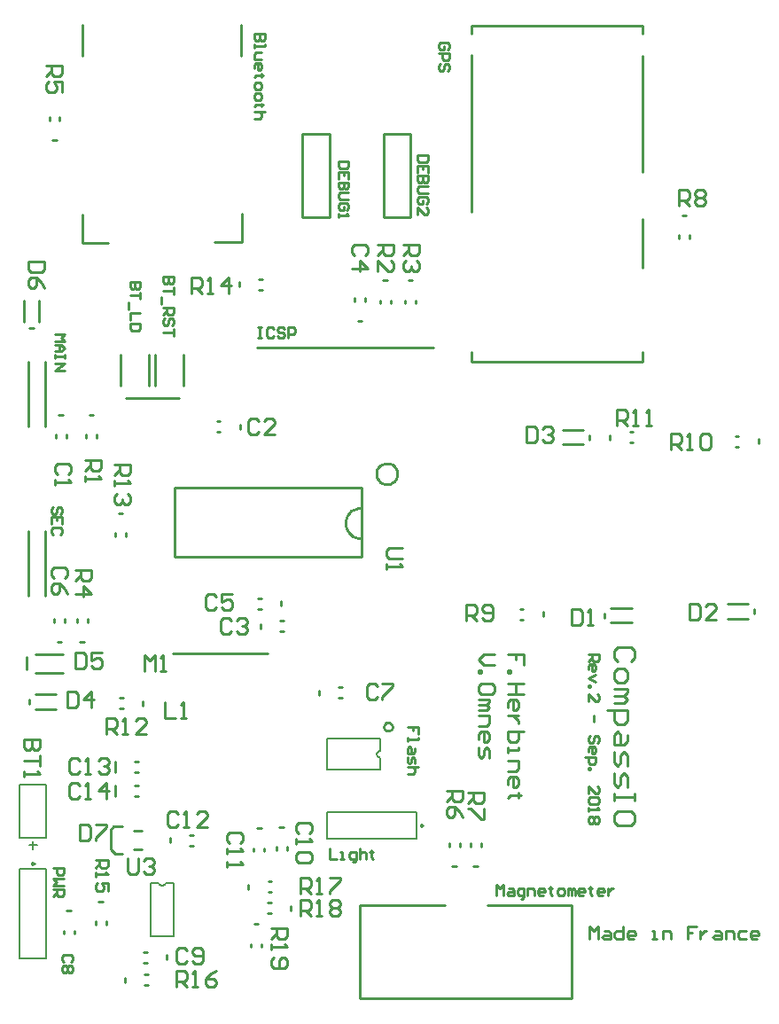
<source format=gto>
%FSLAX25Y25*%
%MOIN*%
G70*
G01*
G75*
%ADD10R,0.04921X0.04921*%
%ADD11R,0.03150X0.03150*%
%ADD12R,0.31496X0.08661*%
%ADD13R,0.06299X0.08583*%
%ADD14R,0.02362X0.07874*%
%ADD15R,0.04921X0.04921*%
%ADD16R,0.02362X0.05906*%
%ADD17R,0.04921X0.04331*%
%ADD18R,0.03150X0.03150*%
%ADD19R,0.07874X0.03937*%
G04:AMPARAMS|DCode=20|XSize=78.74mil|YSize=39.37mil|CornerRadius=9.84mil|HoleSize=0mil|Usage=FLASHONLY|Rotation=0.000|XOffset=0mil|YOffset=0mil|HoleType=Round|Shape=RoundedRectangle|*
%AMROUNDEDRECTD20*
21,1,0.07874,0.01969,0,0,0.0*
21,1,0.05906,0.03937,0,0,0.0*
1,1,0.01969,0.02953,-0.00984*
1,1,0.01969,-0.02953,-0.00984*
1,1,0.01969,-0.02953,0.00984*
1,1,0.01969,0.02953,0.00984*
%
%ADD20ROUNDEDRECTD20*%
%ADD21R,0.07874X0.03543*%
%ADD22R,0.02756X0.07874*%
%ADD23R,0.03150X0.07874*%
%ADD24R,0.05276X0.07087*%
%ADD25R,0.03937X0.04921*%
%ADD26R,0.06102X0.02362*%
%ADD27O,0.06102X0.02362*%
%ADD28C,0.03937*%
%ADD29C,0.01575*%
%ADD30C,0.01000*%
%ADD31C,0.05906*%
%ADD32C,0.02362*%
%ADD33C,0.03150*%
%ADD34C,0.02756*%
%ADD35C,0.06000*%
%ADD36R,0.06000X0.06000*%
%ADD37R,0.07284X0.07284*%
%ADD38C,0.07284*%
%ADD39R,0.07284X0.07284*%
%ADD40C,0.07874*%
%ADD41C,0.06693*%
%ADD42R,0.06693X0.06693*%
%ADD43R,0.07874X0.07874*%
%ADD44C,0.05906*%
%ADD45R,0.05906X0.05906*%
%ADD46C,0.04724*%
%ADD47C,0.02756*%
%ADD48C,0.03937*%
%ADD49C,0.04331*%
%ADD50C,0.00984*%
%ADD51C,0.00787*%
%ADD52C,0.01008*%
%ADD53C,0.00591*%
D30*
X145480Y197862D02*
X145356Y198846D01*
X144991Y199768D01*
X144408Y200571D01*
X143644Y201203D01*
X142746Y201625D01*
X141772Y201811D01*
X140782Y201749D01*
X139839Y201442D01*
X139002Y200911D01*
X138323Y200188D01*
X137845Y199319D01*
X137598Y198358D01*
Y197366D01*
X137845Y196406D01*
X138323Y195537D01*
X139002Y194814D01*
X139839Y194282D01*
X140782Y193976D01*
X141772Y193913D01*
X142746Y194099D01*
X143644Y194521D01*
X144408Y195154D01*
X144991Y195956D01*
X145356Y196878D01*
X145480Y197862D01*
X131853Y185081D02*
X130847Y185022D01*
X129867Y184789D01*
X128943Y184387D01*
X128104Y183829D01*
X127376Y183133D01*
X126781Y182319D01*
X126338Y181415D01*
X126060Y180446D01*
X125957Y179444D01*
X126030Y178439D01*
X126279Y177463D01*
X126695Y176545D01*
X127265Y175715D01*
X127972Y174997D01*
X128794Y174415D01*
X129705Y173985D01*
X130677Y173722D01*
X131681Y173633D01*
X143529Y102713D02*
X143219Y103667D01*
X142407Y104256D01*
X141404D01*
X140592Y103667D01*
X140282Y102713D01*
X140592Y101759D01*
X141404Y101169D01*
X142407D01*
X143219Y101759D01*
X143529Y102713D01*
X54331Y231102D02*
Y242520D01*
X64961Y231102D02*
Y242520D01*
X41339Y231102D02*
Y242520D01*
X51968Y231102D02*
Y242520D01*
X269606Y148862D02*
X277480D01*
X269606Y143350D02*
X277480D01*
X279842Y145319D02*
Y146894D01*
X43307Y226378D02*
X63386D01*
X131839Y35705D02*
X163335D01*
X179476D02*
X210972D01*
X131445Y665D02*
X210972D01*
X131445D02*
Y35705D01*
X210972Y665D02*
Y35705D01*
X6744Y152012D02*
Y176421D01*
X13043Y168547D02*
Y176421D01*
Y152012D02*
Y168547D01*
X61799Y192744D02*
X131878D01*
X61799Y166760D02*
Y192744D01*
Y166760D02*
X131878D01*
Y192744D01*
X109776Y294201D02*
X120012D01*
X109776Y325697D02*
X120012D01*
X109776Y294201D02*
Y325697D01*
X120012Y294201D02*
Y325697D01*
X140276Y294201D02*
X150512D01*
X140276Y325697D02*
X150512D01*
X140276Y294201D02*
Y325697D01*
X150512Y294201D02*
Y325697D01*
X207606Y214362D02*
X215480D01*
X207606Y208850D02*
X215480D01*
X217843Y210819D02*
Y212394D01*
X225807Y141850D02*
X233681D01*
X225807Y147362D02*
X233681D01*
X223445Y143819D02*
Y145394D01*
X60941Y130480D02*
X96768D01*
X5902Y124244D02*
Y128969D01*
X9445Y130150D02*
X19681D01*
X9445Y123063D02*
X19681D01*
X9307Y109350D02*
X17181D01*
X9307Y114862D02*
X17181D01*
X6945Y111319D02*
Y112894D01*
X10650Y255020D02*
Y262894D01*
X5138Y255020D02*
Y262894D01*
X7106Y252658D02*
X8681D01*
X6744Y215512D02*
Y239921D01*
X13043Y232047D02*
Y239921D01*
Y215512D02*
Y232047D01*
X173221Y363248D02*
Y366398D01*
X237787Y363248D02*
Y366398D01*
X173221D02*
X237787D01*
Y275453D02*
Y293563D01*
X173221Y296319D02*
Y355374D01*
Y240020D02*
X237787D01*
Y311280D02*
Y354980D01*
Y240020D02*
Y243563D01*
X173221Y240020D02*
Y243563D01*
X27165Y284646D02*
Y285039D01*
Y284646D02*
X36614D01*
X76772Y285039D02*
X87008D01*
X27165D02*
Y295276D01*
X87008Y285039D02*
Y295669D01*
X27165Y355118D02*
Y366535D01*
X86614Y355118D02*
Y366535D01*
X46307Y56563D02*
X49457D01*
X46307Y63650D02*
X49457D01*
X39220Y54988D02*
X41976D01*
X38039Y56169D02*
X39220Y54988D01*
X37646Y56563D02*
X38039Y56169D01*
X37646Y56563D02*
Y63256D01*
Y64043D01*
X38827Y65224D01*
X41976D01*
X39457Y76638D02*
Y80575D01*
X46543Y76638D02*
X48118D01*
X46543Y80575D02*
X48118D01*
X39457Y85638D02*
Y89575D01*
X46543Y85638D02*
X48118D01*
X46543Y89575D02*
X48118D01*
X92626Y245480D02*
X159161D01*
X48818Y270079D02*
X44882D01*
Y268111D01*
X45538Y267455D01*
X46194D01*
X46850Y268111D01*
Y270079D01*
Y268111D01*
X47506Y267455D01*
X48162D01*
X48818Y268111D01*
Y270079D01*
Y266143D02*
Y263519D01*
Y264831D01*
X44882D01*
X44226Y262207D02*
Y259583D01*
X48818Y258272D02*
X44882D01*
Y255648D01*
X48818Y254336D02*
X44882D01*
Y252368D01*
X45538Y251712D01*
X48162D01*
X48818Y252368D01*
Y254336D01*
X61416Y272047D02*
X57480D01*
Y270079D01*
X58136Y269423D01*
X58792D01*
X59448Y270079D01*
Y272047D01*
Y270079D01*
X60104Y269423D01*
X60760D01*
X61416Y270079D01*
Y272047D01*
Y268111D02*
Y265488D01*
Y266800D01*
X57480D01*
X56824Y264176D02*
Y261552D01*
X57480Y260240D02*
X61416D01*
Y258272D01*
X60760Y257616D01*
X59448D01*
X58792Y258272D01*
Y260240D01*
Y258928D02*
X57480Y257616D01*
X60760Y253680D02*
X61416Y254336D01*
Y255648D01*
X60760Y256304D01*
X60104D01*
X59448Y255648D01*
Y254336D01*
X58792Y253680D01*
X58136D01*
X57480Y254336D01*
Y255648D01*
X58136Y256304D01*
X61416Y252368D02*
Y249745D01*
Y251057D01*
X57480D01*
X43944Y53454D02*
Y48456D01*
X44943Y47456D01*
X46943D01*
X47942Y48456D01*
Y53454D01*
X49942Y52455D02*
X50941Y53454D01*
X52941D01*
X53940Y52455D01*
Y51455D01*
X52941Y50455D01*
X51941D01*
X52941D01*
X53940Y49456D01*
Y48456D01*
X52941Y47456D01*
X50941D01*
X49942Y48456D01*
X153329Y99983D02*
Y102606D01*
X151362D01*
Y101294D01*
Y102606D01*
X149394D01*
Y98671D02*
Y97359D01*
Y98015D01*
X153329D01*
Y98671D01*
X152017Y94735D02*
Y93423D01*
X151362Y92767D01*
X149394D01*
Y94735D01*
X150050Y95391D01*
X150706Y94735D01*
Y92767D01*
X149394Y91455D02*
Y89487D01*
X150050Y88831D01*
X150706Y89487D01*
Y90799D01*
X151362Y91455D01*
X152017Y90799D01*
Y88831D01*
X153329Y87519D02*
X149394D01*
X151362D01*
X152017Y86863D01*
Y85551D01*
X151362Y84895D01*
X149394D01*
X147392Y170106D02*
X142393D01*
X141394Y169107D01*
Y167107D01*
X142393Y166108D01*
X147392D01*
X141394Y164108D02*
Y162109D01*
Y163109D01*
X147392D01*
X146392Y164108D01*
X16142Y49606D02*
X20077D01*
Y47638D01*
X19421Y46982D01*
X18110D01*
X17454Y47638D01*
Y49606D01*
X20077Y45671D02*
X16142D01*
X17454Y44359D01*
X16142Y43047D01*
X20077D01*
X16142Y41735D02*
X20077D01*
Y39767D01*
X19421Y39111D01*
X18110D01*
X17454Y39767D01*
Y41735D01*
Y40423D02*
X16142Y39111D01*
X120079Y57085D02*
Y53150D01*
X122703D01*
X124014D02*
X125326D01*
X124670D01*
Y55773D01*
X124014D01*
X128606Y51838D02*
X129262D01*
X129918Y52494D01*
Y55773D01*
X127950D01*
X127294Y55117D01*
Y53806D01*
X127950Y53150D01*
X129918D01*
X131230Y57085D02*
Y53150D01*
Y55117D01*
X131886Y55773D01*
X133198D01*
X133854Y55117D01*
Y53150D01*
X135822Y56429D02*
Y55773D01*
X135166D01*
X136478D01*
X135822D01*
Y53806D01*
X136478Y53150D01*
X18634Y182809D02*
X19290Y183465D01*
Y184777D01*
X18634Y185433D01*
X17978D01*
X17322Y184777D01*
Y183465D01*
X16666Y182809D01*
X16010D01*
X15354Y183465D01*
Y184777D01*
X16010Y185433D01*
X19290Y178874D02*
Y181497D01*
X15354D01*
Y178874D01*
X17322Y181497D02*
Y180185D01*
X18634Y174938D02*
X19290Y175594D01*
Y176906D01*
X18634Y177562D01*
X16010D01*
X15354Y176906D01*
Y175594D01*
X16010Y174938D01*
X16535Y250394D02*
X20471D01*
X19159Y249082D01*
X20471Y247770D01*
X16535D01*
Y246458D02*
X19159D01*
X20471Y245146D01*
X19159Y243834D01*
X16535D01*
X18503D01*
Y246458D01*
X20471Y242522D02*
Y241210D01*
Y241866D01*
X16535D01*
Y242522D01*
Y241210D01*
Y239242D02*
X20471D01*
X16535Y236619D01*
X20471D01*
X97894Y27106D02*
X103892D01*
Y24107D01*
X102892Y23108D01*
X100893D01*
X99893Y24107D01*
Y27106D01*
Y25107D02*
X97894Y23108D01*
Y21108D02*
Y19109D01*
Y20109D01*
X103892D01*
X102892Y21108D01*
X98893Y16110D02*
X97894Y15110D01*
Y13111D01*
X98893Y12111D01*
X102892D01*
X103892Y13111D01*
Y15110D01*
X102892Y16110D01*
X101892D01*
X100893Y15110D01*
Y12111D01*
X108929Y31606D02*
Y37604D01*
X111928D01*
X112928Y36605D01*
Y34605D01*
X111928Y33606D01*
X108929D01*
X110928D02*
X112928Y31606D01*
X114927D02*
X116927D01*
X115927D01*
Y37604D01*
X114927Y36605D01*
X119926D02*
X120925Y37604D01*
X122925D01*
X123924Y36605D01*
Y35605D01*
X122925Y34605D01*
X123924Y33606D01*
Y32606D01*
X122925Y31606D01*
X120925D01*
X119926Y32606D01*
Y33606D01*
X120925Y34605D01*
X119926Y35605D01*
Y36605D01*
X120925Y34605D02*
X122925D01*
X108929Y40106D02*
Y46104D01*
X111928D01*
X112928Y45105D01*
Y43105D01*
X111928Y42106D01*
X108929D01*
X110928D02*
X112928Y40106D01*
X114927D02*
X116927D01*
X115927D01*
Y46104D01*
X114927Y45105D01*
X119926Y46104D02*
X123924D01*
Y45105D01*
X119926Y41106D01*
Y40106D01*
X62394Y5106D02*
Y11104D01*
X65393D01*
X66392Y10105D01*
Y8105D01*
X65393Y7106D01*
X62394D01*
X64393D02*
X66392Y5106D01*
X68392D02*
X70391D01*
X69391D01*
Y11104D01*
X68392Y10105D01*
X77389Y11104D02*
X75389Y10105D01*
X73390Y8105D01*
Y6106D01*
X74390Y5106D01*
X76389D01*
X77389Y6106D01*
Y7106D01*
X76389Y8105D01*
X73390D01*
X31890Y52756D02*
X36613D01*
Y50394D01*
X35825Y49607D01*
X34251D01*
X33464Y50394D01*
Y52756D01*
Y51182D02*
X31890Y49607D01*
Y48033D02*
Y46459D01*
Y47246D01*
X36613D01*
X35825Y48033D01*
X36613Y40949D02*
Y44097D01*
X34251D01*
X35038Y42523D01*
Y41736D01*
X34251Y40949D01*
X32677D01*
X31890Y41736D01*
Y43310D01*
X32677Y44097D01*
X67894Y265606D02*
Y271604D01*
X70893D01*
X71892Y270605D01*
Y268605D01*
X70893Y267606D01*
X67894D01*
X69893D02*
X71892Y265606D01*
X73892D02*
X75891D01*
X74891D01*
Y271604D01*
X73892Y270605D01*
X81889Y265606D02*
Y271604D01*
X78890Y268605D01*
X82889D01*
X38976Y201181D02*
X44974D01*
Y198182D01*
X43975Y197182D01*
X41975D01*
X40976Y198182D01*
Y201181D01*
Y199182D02*
X38976Y197182D01*
Y195183D02*
Y193184D01*
Y194183D01*
X44974D01*
X43975Y195183D01*
Y190185D02*
X44974Y189185D01*
Y187186D01*
X43975Y186186D01*
X42975D01*
X41975Y187186D01*
Y188185D01*
Y187186D01*
X40976Y186186D01*
X39976D01*
X38976Y187186D01*
Y189185D01*
X39976Y190185D01*
X35894Y100106D02*
Y106104D01*
X38893D01*
X39892Y105105D01*
Y103105D01*
X38893Y102106D01*
X35894D01*
X37893D02*
X39892Y100106D01*
X41892D02*
X43891D01*
X42891D01*
Y106104D01*
X41892Y105105D01*
X50889Y100106D02*
X46890D01*
X50889Y104105D01*
Y105105D01*
X49889Y106104D01*
X47890D01*
X46890Y105105D01*
X227894Y216106D02*
Y222104D01*
X230893D01*
X231892Y221105D01*
Y219105D01*
X230893Y218106D01*
X227894D01*
X229893D02*
X231892Y216106D01*
X233892D02*
X235891D01*
X234891D01*
Y222104D01*
X233892Y221105D01*
X238890Y216106D02*
X240890D01*
X239890D01*
Y222104D01*
X238890Y221105D01*
X248425Y207087D02*
Y213085D01*
X251424D01*
X252424Y212085D01*
Y210086D01*
X251424Y209086D01*
X248425D01*
X250425D02*
X252424Y207087D01*
X254423D02*
X256423D01*
X255423D01*
Y213085D01*
X254423Y212085D01*
X259422D02*
X260421Y213085D01*
X262421D01*
X263420Y212085D01*
Y208086D01*
X262421Y207087D01*
X260421D01*
X259422Y208086D01*
Y212085D01*
X171394Y142606D02*
Y148604D01*
X174393D01*
X175392Y147605D01*
Y145605D01*
X174393Y144606D01*
X171394D01*
X173393D02*
X175392Y142606D01*
X177392Y143606D02*
X178391Y142606D01*
X180391D01*
X181391Y143606D01*
Y147605D01*
X180391Y148604D01*
X178391D01*
X177392Y147605D01*
Y146605D01*
X178391Y145605D01*
X181391D01*
X251494Y298506D02*
Y304504D01*
X254493D01*
X255492Y303505D01*
Y301505D01*
X254493Y300506D01*
X251494D01*
X253493D02*
X255492Y298506D01*
X257492Y303505D02*
X258491Y304504D01*
X260491D01*
X261491Y303505D01*
Y302505D01*
X260491Y301505D01*
X261491Y300506D01*
Y299506D01*
X260491Y298506D01*
X258491D01*
X257492Y299506D01*
Y300506D01*
X258491Y301505D01*
X257492Y302505D01*
Y303505D01*
X258491Y301505D02*
X260491D01*
X172047Y77953D02*
X178045D01*
Y74954D01*
X177046Y73954D01*
X175046D01*
X174047Y74954D01*
Y77953D01*
Y75953D02*
X172047Y73954D01*
X178045Y71955D02*
Y67956D01*
X177046D01*
X173047Y71955D01*
X172047D01*
X164173Y78740D02*
X170171D01*
Y75741D01*
X169172Y74741D01*
X167172D01*
X166173Y75741D01*
Y78740D01*
Y76741D02*
X164173Y74741D01*
X170171Y68743D02*
X169172Y70743D01*
X167172Y72742D01*
X165173D01*
X164173Y71742D01*
Y69743D01*
X165173Y68743D01*
X166173D01*
X167172Y69743D01*
Y72742D01*
X13315Y351240D02*
X19313D01*
Y348241D01*
X18313Y347241D01*
X16314D01*
X15314Y348241D01*
Y351240D01*
Y349241D02*
X13315Y347241D01*
X19313Y341243D02*
Y345242D01*
X16314D01*
X17314Y343243D01*
Y342243D01*
X16314Y341243D01*
X14315D01*
X13315Y342243D01*
Y344242D01*
X14315Y345242D01*
X24409Y161811D02*
X30408D01*
Y158812D01*
X29408Y157812D01*
X27408D01*
X26409Y158812D01*
Y161811D01*
Y159812D02*
X24409Y157812D01*
Y152814D02*
X30408D01*
X27408Y155813D01*
Y151814D01*
X147638Y283858D02*
X153636D01*
Y280859D01*
X152636Y279860D01*
X150637D01*
X149637Y280859D01*
Y283858D01*
Y281859D02*
X147638Y279860D01*
X152636Y277860D02*
X153636Y276860D01*
Y274861D01*
X152636Y273862D01*
X151637D01*
X150637Y274861D01*
Y275861D01*
Y274861D01*
X149637Y273862D01*
X148637D01*
X147638Y274861D01*
Y276860D01*
X148637Y277860D01*
X138189Y283858D02*
X144187D01*
Y280859D01*
X143187Y279860D01*
X141188D01*
X140188Y280859D01*
Y283858D01*
Y281859D02*
X138189Y279860D01*
Y273862D02*
Y277860D01*
X142188Y273862D01*
X143187D01*
X144187Y274861D01*
Y276860D01*
X143187Y277860D01*
X27953Y203150D02*
X33951D01*
Y200151D01*
X32951Y199151D01*
X30952D01*
X29952Y200151D01*
Y203150D01*
Y201150D02*
X27953Y199151D01*
Y197152D02*
Y195152D01*
Y196152D01*
X33951D01*
X32951Y197152D01*
X50394Y123606D02*
Y129604D01*
X52393Y127605D01*
X54392Y129604D01*
Y123606D01*
X56392D02*
X58391D01*
X57391D01*
Y129604D01*
X56392Y128605D01*
X57894Y112104D02*
Y106106D01*
X61892D01*
X63892D02*
X65891D01*
X64891D01*
Y112104D01*
X63892Y111105D01*
X157085Y317717D02*
X153150D01*
Y315749D01*
X153806Y315093D01*
X156429D01*
X157085Y315749D01*
Y317717D01*
Y311157D02*
Y313781D01*
X153150D01*
Y311157D01*
X155117Y313781D02*
Y312469D01*
X157085Y309845D02*
X153150D01*
Y307877D01*
X153806Y307221D01*
X154462D01*
X155117Y307877D01*
Y309845D01*
Y307877D01*
X155773Y307221D01*
X156429D01*
X157085Y307877D01*
Y309845D01*
Y305909D02*
X153806D01*
X153150Y305253D01*
Y303941D01*
X153806Y303286D01*
X157085D01*
X156429Y299350D02*
X157085Y300006D01*
Y301318D01*
X156429Y301974D01*
X153806D01*
X153150Y301318D01*
Y300006D01*
X153806Y299350D01*
X155117D01*
Y300662D01*
X153150Y295414D02*
Y298038D01*
X155773Y295414D01*
X156429D01*
X157085Y296070D01*
Y297382D01*
X156429Y298038D01*
X164303Y357219D02*
X164959Y357875D01*
Y359187D01*
X164303Y359842D01*
X161680D01*
X161024Y359187D01*
Y357875D01*
X161680Y357219D01*
X162991D01*
Y358531D01*
X161024Y355907D02*
X164959D01*
Y353939D01*
X164303Y353283D01*
X162991D01*
X162336Y353939D01*
Y355907D01*
X164303Y349347D02*
X164959Y350003D01*
Y351315D01*
X164303Y351971D01*
X163647D01*
X162991Y351315D01*
Y350003D01*
X162336Y349347D01*
X161680D01*
X161024Y350003D01*
Y351315D01*
X161680Y351971D01*
X182677Y39370D02*
Y43306D01*
X183989Y41994D01*
X185301Y43306D01*
Y39370D01*
X187269Y41994D02*
X188581D01*
X189237Y41338D01*
Y39370D01*
X187269D01*
X186613Y40026D01*
X187269Y40682D01*
X189237D01*
X191860Y38058D02*
X192517D01*
X193173Y38714D01*
Y41994D01*
X191205D01*
X190549Y41338D01*
Y40026D01*
X191205Y39370D01*
X193173D01*
X194484D02*
Y41994D01*
X196452D01*
X197108Y41338D01*
Y39370D01*
X200388D02*
X199076D01*
X198420Y40026D01*
Y41338D01*
X199076Y41994D01*
X200388D01*
X201044Y41338D01*
Y40682D01*
X198420D01*
X203012Y42650D02*
Y41994D01*
X202356D01*
X203668D01*
X203012D01*
Y40026D01*
X203668Y39370D01*
X206292D02*
X207604D01*
X208260Y40026D01*
Y41338D01*
X207604Y41994D01*
X206292D01*
X205636Y41338D01*
Y40026D01*
X206292Y39370D01*
X209571D02*
Y41994D01*
X210227D01*
X210883Y41338D01*
Y39370D01*
Y41338D01*
X211539Y41994D01*
X212195Y41338D01*
Y39370D01*
X215475D02*
X214163D01*
X213507Y40026D01*
Y41338D01*
X214163Y41994D01*
X215475D01*
X216131Y41338D01*
Y40682D01*
X213507D01*
X218099Y42650D02*
Y41994D01*
X217443D01*
X218755D01*
X218099D01*
Y40026D01*
X218755Y39370D01*
X222691D02*
X221379D01*
X220723Y40026D01*
Y41338D01*
X221379Y41994D01*
X222691D01*
X223346Y41338D01*
Y40682D01*
X220723D01*
X224658Y41994D02*
Y39370D01*
Y40682D01*
X225314Y41338D01*
X225970Y41994D01*
X226626D01*
X127164Y315354D02*
X123228D01*
Y313387D01*
X123884Y312731D01*
X126508D01*
X127164Y313387D01*
Y315354D01*
Y308795D02*
Y311419D01*
X123228D01*
Y308795D01*
X125196Y311419D02*
Y310107D01*
X127164Y307483D02*
X123228D01*
Y305515D01*
X123884Y304859D01*
X124540D01*
X125196Y305515D01*
Y307483D01*
Y305515D01*
X125852Y304859D01*
X126508D01*
X127164Y305515D01*
Y307483D01*
Y303547D02*
X123884D01*
X123228Y302891D01*
Y301579D01*
X123884Y300923D01*
X127164D01*
X126508Y296988D02*
X127164Y297643D01*
Y298955D01*
X126508Y299611D01*
X123884D01*
X123228Y298955D01*
Y297643D01*
X123884Y296988D01*
X125196D01*
Y298300D01*
X123228Y295676D02*
Y294364D01*
Y295020D01*
X127164D01*
X126508Y295676D01*
X95668Y363386D02*
X91732D01*
Y361418D01*
X92388Y360762D01*
X93044D01*
X93700Y361418D01*
Y363386D01*
Y361418D01*
X94356Y360762D01*
X95012D01*
X95668Y361418D01*
Y363386D01*
X91732Y359450D02*
Y358138D01*
Y358794D01*
X95668D01*
Y359450D01*
X94356Y356170D02*
X92388D01*
X91732Y355514D01*
Y353547D01*
X94356D01*
X91732Y350267D02*
Y351579D01*
X92388Y352235D01*
X93700D01*
X94356Y351579D01*
Y350267D01*
X93700Y349611D01*
X93044D01*
Y352235D01*
X95012Y347643D02*
X94356D01*
Y348299D01*
Y346987D01*
Y347643D01*
X92388D01*
X91732Y346987D01*
Y344363D02*
Y343051D01*
X92388Y342395D01*
X93700D01*
X94356Y343051D01*
Y344363D01*
X93700Y345019D01*
X92388D01*
X91732Y344363D01*
Y340427D02*
Y339115D01*
X92388Y338459D01*
X93700D01*
X94356Y339115D01*
Y340427D01*
X93700Y341083D01*
X92388D01*
X91732Y340427D01*
X95012Y336492D02*
X94356D01*
Y337148D01*
Y335836D01*
Y336492D01*
X92388D01*
X91732Y335836D01*
X95668Y333868D02*
X91732D01*
X93700D01*
X94356Y333212D01*
Y331900D01*
X93700Y331244D01*
X91732D01*
X93094Y252942D02*
X94406D01*
X93750D01*
Y249006D01*
X93094D01*
X94406D01*
X98997Y252286D02*
X98341Y252942D01*
X97029D01*
X96373Y252286D01*
Y249662D01*
X97029Y249006D01*
X98341D01*
X98997Y249662D01*
X102933Y252286D02*
X102277Y252942D01*
X100965D01*
X100309Y252286D01*
Y251630D01*
X100965Y250974D01*
X102277D01*
X102933Y250318D01*
Y249662D01*
X102277Y249006D01*
X100965D01*
X100309Y249662D01*
X104245Y249006D02*
Y252942D01*
X106213D01*
X106869Y252286D01*
Y250974D01*
X106213Y250318D01*
X104245D01*
X25984Y65841D02*
Y59842D01*
X28983D01*
X29983Y60842D01*
Y64841D01*
X28983Y65841D01*
X25984D01*
X31982D02*
X35981D01*
Y64841D01*
X31982Y60842D01*
Y59842D01*
X12691Y277559D02*
X6693D01*
Y274560D01*
X7693Y273560D01*
X11691D01*
X12691Y274560D01*
Y277559D01*
Y267562D02*
X11691Y269562D01*
X9692Y271561D01*
X7693D01*
X6693Y270561D01*
Y268562D01*
X7693Y267562D01*
X8692D01*
X9692Y268562D01*
Y271561D01*
X24394Y130604D02*
Y124606D01*
X27393D01*
X28392Y125606D01*
Y129605D01*
X27393Y130604D01*
X24394D01*
X34391D02*
X30392D01*
Y127605D01*
X32391Y128605D01*
X33391D01*
X34391Y127605D01*
Y125606D01*
X33391Y124606D01*
X31391D01*
X30392Y125606D01*
X21394Y116104D02*
Y110106D01*
X24393D01*
X25392Y111106D01*
Y115105D01*
X24393Y116104D01*
X21394D01*
X30391Y110106D02*
Y116104D01*
X27392Y113105D01*
X31391D01*
X193894Y215604D02*
Y209606D01*
X196893D01*
X197892Y210606D01*
Y214605D01*
X196893Y215604D01*
X193894D01*
X199892Y214605D02*
X200891Y215604D01*
X202891D01*
X203890Y214605D01*
Y213605D01*
X202891Y212605D01*
X201891D01*
X202891D01*
X203890Y211606D01*
Y210606D01*
X202891Y209606D01*
X200891D01*
X199892Y210606D01*
X255394Y149104D02*
Y143106D01*
X258393D01*
X259392Y144106D01*
Y148105D01*
X258393Y149104D01*
X255394D01*
X265390Y143106D02*
X261392D01*
X265390Y147105D01*
Y148105D01*
X264391Y149104D01*
X262391D01*
X261392Y148105D01*
X210894Y147104D02*
Y141106D01*
X213893D01*
X214892Y142106D01*
Y146105D01*
X213893Y147104D01*
X210894D01*
X216892Y141106D02*
X218891D01*
X217891D01*
Y147104D01*
X216892Y146105D01*
X25892Y80605D02*
X24893Y81604D01*
X22893D01*
X21894Y80605D01*
Y76606D01*
X22893Y75606D01*
X24893D01*
X25892Y76606D01*
X27892Y75606D02*
X29891D01*
X28891D01*
Y81604D01*
X27892Y80605D01*
X35889Y75606D02*
Y81604D01*
X32890Y78605D01*
X36889D01*
X25892Y90105D02*
X24893Y91104D01*
X22893D01*
X21894Y90105D01*
Y86106D01*
X22893Y85106D01*
X24893D01*
X25892Y86106D01*
X27892Y85106D02*
X29891D01*
X28891D01*
Y91104D01*
X27892Y90105D01*
X32890D02*
X33890Y91104D01*
X35889D01*
X36889Y90105D01*
Y89105D01*
X35889Y88105D01*
X34890D01*
X35889D01*
X36889Y87106D01*
Y86106D01*
X35889Y85106D01*
X33890D01*
X32890Y86106D01*
X62892Y70105D02*
X61893Y71104D01*
X59893D01*
X58894Y70105D01*
Y66106D01*
X59893Y65106D01*
X61893D01*
X62892Y66106D01*
X64892Y65106D02*
X66891D01*
X65891D01*
Y71104D01*
X64892Y70105D01*
X73889Y65106D02*
X69890D01*
X73889Y69105D01*
Y70105D01*
X72889Y71104D01*
X70890D01*
X69890Y70105D01*
X86494Y58993D02*
X87494Y59993D01*
Y61992D01*
X86494Y62992D01*
X82496D01*
X81496Y61992D01*
Y59993D01*
X82496Y58993D01*
X81496Y56994D02*
Y54995D01*
Y55994D01*
X87494D01*
X86494Y56994D01*
X81496Y51996D02*
Y49996D01*
Y50996D01*
X87494D01*
X86494Y51996D01*
X112427Y62608D02*
X113427Y63607D01*
Y65607D01*
X112427Y66606D01*
X108429D01*
X107429Y65607D01*
Y63607D01*
X108429Y62608D01*
X107429Y60608D02*
Y58609D01*
Y59609D01*
X113427D01*
X112427Y60608D01*
Y55610D02*
X113427Y54610D01*
Y52611D01*
X112427Y51611D01*
X108429D01*
X107429Y52611D01*
Y54610D01*
X108429Y55610D01*
X112427D01*
X66392Y18605D02*
X65393Y19604D01*
X63393D01*
X62394Y18605D01*
Y14606D01*
X63393Y13606D01*
X65393D01*
X66392Y14606D01*
X68392D02*
X69391Y13606D01*
X71391D01*
X72391Y14606D01*
Y18605D01*
X71391Y19604D01*
X69391D01*
X68392Y18605D01*
Y17605D01*
X69391Y16605D01*
X72391D01*
X22571Y14305D02*
X23227Y14961D01*
Y16273D01*
X22571Y16929D01*
X19947D01*
X19291Y16273D01*
Y14961D01*
X19947Y14305D01*
X22571Y12993D02*
X23227Y12337D01*
Y11026D01*
X22571Y10370D01*
X21915D01*
X21259Y11026D01*
X20603Y10370D01*
X19947D01*
X19291Y11026D01*
Y12337D01*
X19947Y12993D01*
X20603D01*
X21259Y12337D01*
X21915Y12993D01*
X22571D01*
X21259Y12337D02*
Y11026D01*
X137857Y117991D02*
X136857Y118990D01*
X134858D01*
X133858Y117991D01*
Y113992D01*
X134858Y112992D01*
X136857D01*
X137857Y113992D01*
X139856Y118990D02*
X143855D01*
Y117991D01*
X139856Y113992D01*
Y112992D01*
X20353Y158600D02*
X21352Y159599D01*
Y161599D01*
X20353Y162598D01*
X16354D01*
X15354Y161599D01*
Y159599D01*
X16354Y158600D01*
X21352Y152602D02*
X20353Y154601D01*
X18353Y156600D01*
X16354D01*
X15354Y155601D01*
Y153601D01*
X16354Y152602D01*
X17354D01*
X18353Y153601D01*
Y156600D01*
X77392Y151605D02*
X76393Y152604D01*
X74393D01*
X73394Y151605D01*
Y147606D01*
X74393Y146606D01*
X76393D01*
X77392Y147606D01*
X83390Y152604D02*
X79392D01*
Y149605D01*
X81391Y150605D01*
X82391D01*
X83390Y149605D01*
Y147606D01*
X82391Y146606D01*
X80391D01*
X79392Y147606D01*
X133345Y279860D02*
X134344Y280859D01*
Y282859D01*
X133345Y283858D01*
X129346D01*
X128347Y282859D01*
Y280859D01*
X129346Y279860D01*
X128347Y274861D02*
X134344D01*
X131345Y277860D01*
Y273862D01*
X82892Y142605D02*
X81893Y143604D01*
X79893D01*
X78894Y142605D01*
Y138606D01*
X79893Y137606D01*
X81893D01*
X82892Y138606D01*
X84892Y142605D02*
X85891Y143604D01*
X87891D01*
X88890Y142605D01*
Y141605D01*
X87891Y140605D01*
X86891D01*
X87891D01*
X88890Y139606D01*
Y138606D01*
X87891Y137606D01*
X85891D01*
X84892Y138606D01*
X93392Y217605D02*
X92393Y218604D01*
X90393D01*
X89394Y217605D01*
Y213606D01*
X90393Y212606D01*
X92393D01*
X93392Y213606D01*
X99391Y212606D02*
X95392D01*
X99391Y216605D01*
Y217605D01*
X98391Y218604D01*
X96391D01*
X95392Y217605D01*
X21534Y197576D02*
X22534Y198576D01*
Y200575D01*
X21534Y201575D01*
X17535D01*
X16535Y200575D01*
Y198576D01*
X17535Y197576D01*
X16535Y195577D02*
Y193577D01*
Y194577D01*
X22534D01*
X21534Y195577D01*
X11116Y98032D02*
X5118D01*
Y95033D01*
X6118Y94033D01*
X7118D01*
X8117Y95033D01*
Y98032D01*
Y95033D01*
X9117Y94033D01*
X10116D01*
X11116Y95033D01*
Y98032D01*
Y92033D02*
Y88035D01*
Y90034D01*
X5118D01*
Y86035D02*
Y84036D01*
Y85036D01*
X11116D01*
X10116Y86035D01*
X217717Y22835D02*
Y27558D01*
X219291Y25983D01*
X220865Y27558D01*
Y22835D01*
X223227Y25983D02*
X224801D01*
X225588Y25196D01*
Y22835D01*
X223227D01*
X222439Y23622D01*
X223227Y24409D01*
X225588D01*
X230311Y27558D02*
Y22835D01*
X227949D01*
X227162Y23622D01*
Y25196D01*
X227949Y25983D01*
X230311D01*
X234247Y22835D02*
X232672D01*
X231885Y23622D01*
Y25196D01*
X232672Y25983D01*
X234247D01*
X235034Y25196D01*
Y24409D01*
X231885D01*
X241331Y22835D02*
X242905D01*
X242118D01*
Y25983D01*
X241331D01*
X245267Y22835D02*
Y25983D01*
X247628D01*
X248415Y25196D01*
Y22835D01*
X257861Y27558D02*
X254712D01*
Y25196D01*
X256287D01*
X254712D01*
Y22835D01*
X259435Y25983D02*
Y22835D01*
Y24409D01*
X260223Y25196D01*
X261010Y25983D01*
X261797D01*
X264945D02*
X266520D01*
X267307Y25196D01*
Y22835D01*
X264945D01*
X264158Y23622D01*
X264945Y24409D01*
X267307D01*
X268881Y22835D02*
Y25983D01*
X271242D01*
X272030Y25196D01*
Y22835D01*
X276752Y25983D02*
X274391D01*
X273604Y25196D01*
Y23622D01*
X274391Y22835D01*
X276752D01*
X280688D02*
X279114D01*
X278327Y23622D01*
Y25196D01*
X279114Y25983D01*
X280688D01*
X281475Y25196D01*
Y24409D01*
X278327D01*
X181892Y130106D02*
X177893D01*
X175894Y128107D01*
X177893Y126108D01*
X181892D01*
X175894Y124108D02*
X176893D01*
Y123109D01*
X175894D01*
Y124108D01*
X181892Y116111D02*
Y118110D01*
X180892Y119110D01*
X176893D01*
X175894Y118110D01*
Y116111D01*
X176893Y115111D01*
X180892D01*
X181892Y116111D01*
X175894Y113112D02*
X179892D01*
Y112112D01*
X178893Y111112D01*
X175894D01*
X178893D01*
X179892Y110113D01*
X178893Y109113D01*
X175894D01*
Y107114D02*
X179892D01*
Y104115D01*
X178893Y103115D01*
X175894D01*
Y98117D02*
Y100116D01*
X176893Y101116D01*
X178893D01*
X179892Y100116D01*
Y98117D01*
X178893Y97117D01*
X177893D01*
Y101116D01*
X175894Y95118D02*
Y92119D01*
X176893Y91119D01*
X177893Y92119D01*
Y94118D01*
X178893Y95118D01*
X179892Y94118D01*
Y91119D01*
X192892Y126108D02*
Y130106D01*
X189893D01*
Y128107D01*
Y130106D01*
X186894D01*
Y124108D02*
X187893D01*
Y123109D01*
X186894D01*
Y124108D01*
X192892Y119110D02*
X186894D01*
X189893D01*
Y115111D01*
X192892D01*
X186894D01*
Y110113D02*
Y112112D01*
X187893Y113112D01*
X189893D01*
X190892Y112112D01*
Y110113D01*
X189893Y109113D01*
X188893D01*
Y113112D01*
X190892Y107114D02*
X186894D01*
X188893D01*
X189893Y106114D01*
X190892Y105114D01*
Y104115D01*
X192892Y101116D02*
X186894D01*
Y98117D01*
X187893Y97117D01*
X188893D01*
X189893D01*
X190892Y98117D01*
Y101116D01*
X186894Y95118D02*
Y93118D01*
Y94118D01*
X190892D01*
Y95118D01*
X186894Y90119D02*
X190892D01*
Y87120D01*
X189893Y86120D01*
X186894D01*
Y81122D02*
Y83122D01*
X187893Y84121D01*
X189893D01*
X190892Y83122D01*
Y81122D01*
X189893Y80123D01*
X188893D01*
Y84121D01*
X191892Y77123D02*
X190892D01*
Y78123D01*
Y76124D01*
Y77123D01*
X187893D01*
X186894Y76124D01*
X217394Y130106D02*
X221329D01*
Y128138D01*
X220673Y127482D01*
X219362D01*
X218706Y128138D01*
Y130106D01*
Y128794D02*
X217394Y127482D01*
Y124203D02*
Y125515D01*
X218050Y126171D01*
X219362D01*
X220018Y125515D01*
Y124203D01*
X219362Y123547D01*
X218706D01*
Y126171D01*
X220018Y122235D02*
X217394Y120923D01*
X220018Y119611D01*
X217394Y118299D02*
X218050D01*
Y117643D01*
X217394D01*
Y118299D01*
Y112396D02*
Y115019D01*
X220018Y112396D01*
X220673D01*
X221329Y113051D01*
Y114363D01*
X220673Y115019D01*
X219362Y107148D02*
Y104524D01*
X220673Y96653D02*
X221329Y97308D01*
Y98620D01*
X220673Y99276D01*
X220018D01*
X219362Y98620D01*
Y97308D01*
X218706Y96653D01*
X218050D01*
X217394Y97308D01*
Y98620D01*
X218050Y99276D01*
X217394Y93373D02*
Y94685D01*
X218050Y95341D01*
X219362D01*
X220018Y94685D01*
Y93373D01*
X219362Y92717D01*
X218706D01*
Y95341D01*
X216082Y91405D02*
X220018D01*
Y89437D01*
X219362Y88781D01*
X218050D01*
X217394Y89437D01*
Y91405D01*
Y87469D02*
X218050D01*
Y86813D01*
X217394D01*
Y87469D01*
Y77630D02*
Y80254D01*
X220018Y77630D01*
X220673D01*
X221329Y78286D01*
Y79598D01*
X220673Y80254D01*
Y76318D02*
X221329Y75662D01*
Y74350D01*
X220673Y73694D01*
X218050D01*
X217394Y74350D01*
Y75662D01*
X218050Y76318D01*
X220673D01*
X217394Y72382D02*
Y71070D01*
Y71726D01*
X221329D01*
X220673Y72382D01*
Y69102D02*
X221329Y68446D01*
Y67134D01*
X220673Y66479D01*
X220018D01*
X219362Y67134D01*
X218706Y66479D01*
X218050D01*
X217394Y67134D01*
Y68446D01*
X218050Y69102D01*
X218706D01*
X219362Y68446D01*
X220018Y69102D01*
X220673D01*
X219362Y68446D02*
Y67134D01*
X233453Y127359D02*
X234765Y128671D01*
Y131294D01*
X233453Y132606D01*
X228206D01*
X226894Y131294D01*
Y128671D01*
X228206Y127359D01*
X226894Y123423D02*
Y120799D01*
X228206Y119487D01*
X230829D01*
X232141Y120799D01*
Y123423D01*
X230829Y124735D01*
X228206D01*
X226894Y123423D01*
Y116863D02*
X232141D01*
Y115551D01*
X230829Y114240D01*
X226894D01*
X230829D01*
X232141Y112928D01*
X230829Y111616D01*
X226894D01*
X224270Y108992D02*
X232141D01*
Y105056D01*
X230829Y103744D01*
X228206D01*
X226894Y105056D01*
Y108992D01*
X232141Y99809D02*
Y97185D01*
X230829Y95873D01*
X226894D01*
Y99809D01*
X228206Y101120D01*
X229518Y99809D01*
Y95873D01*
X226894Y93249D02*
Y89313D01*
X228206Y88001D01*
X229518Y89313D01*
Y91937D01*
X230829Y93249D01*
X232141Y91937D01*
Y88001D01*
X226894Y85377D02*
Y81442D01*
X228206Y80130D01*
X229518Y81442D01*
Y84066D01*
X230829Y85377D01*
X232141Y84066D01*
Y80130D01*
X234765Y77506D02*
Y74882D01*
Y76194D01*
X226894D01*
Y77506D01*
Y74882D01*
X234765Y67011D02*
Y69634D01*
X233453Y70946D01*
X228206D01*
X226894Y69634D01*
Y67011D01*
X228206Y65699D01*
X233453D01*
X234765Y67011D01*
D50*
X8882Y51350D02*
X8144Y51777D01*
Y50924D01*
X8882Y51350D01*
X155130Y65610D02*
X154392Y66036D01*
Y65184D01*
X155130Y65610D01*
D51*
X138894Y93628D02*
X138010Y93262D01*
X137644Y92378D01*
X138010Y91494D01*
X138894Y91128D01*
X55774Y44106D02*
X56140Y43222D01*
X57024Y42856D01*
X57907Y43222D01*
X58274Y44106D01*
X13394Y15756D02*
Y49457D01*
X3394Y15756D02*
X13394D01*
X3394D02*
Y49457D01*
X13394D01*
X119043Y60606D02*
X152744D01*
X119043D02*
Y70606D01*
X152744D01*
Y60606D02*
Y70606D01*
X138894Y93628D02*
Y98382D01*
Y86571D02*
Y91128D01*
X118894Y86571D02*
X138894D01*
X118894D02*
Y98382D01*
X138894D01*
X3394Y61106D02*
Y81106D01*
Y61106D02*
X13394D01*
Y81106D01*
X3394D02*
X13394D01*
X52732Y44106D02*
X55774D01*
X58274D02*
X61315D01*
Y24106D02*
Y44106D01*
X52732Y24106D02*
X61315D01*
X52732D02*
Y44106D01*
D52*
X272669Y208138D02*
X273850D01*
X272669Y212075D02*
X273850D01*
X281331Y209319D02*
Y210894D01*
X232937Y213575D02*
X234118D01*
X232937Y209638D02*
X234118D01*
X225457Y210819D02*
Y212394D01*
X191669Y143138D02*
X192850D01*
X191669Y147075D02*
X192850D01*
X200331Y144319D02*
Y145894D01*
X93437Y271075D02*
X94618D01*
X93437Y267138D02*
X94618D01*
X85957Y268319D02*
Y269894D01*
X43362Y174382D02*
Y175563D01*
X39425Y174382D02*
Y175563D01*
X40606Y183043D02*
X42181D01*
X41169Y109638D02*
X42350D01*
X41169Y113575D02*
X42350D01*
X49831Y110819D02*
Y112394D01*
X67437Y62075D02*
X68618D01*
X67437Y58138D02*
X68618D01*
X59957Y59319D02*
Y60894D01*
X123437Y117575D02*
X124618D01*
X123437Y113638D02*
X124618D01*
X115957Y114819D02*
Y116394D01*
X77669Y213638D02*
X78850D01*
X77669Y217575D02*
X78850D01*
X86331Y214819D02*
Y216394D01*
X101437Y142575D02*
X102618D01*
X101437Y138638D02*
X102618D01*
X93957Y139819D02*
Y141394D01*
X93169Y147138D02*
X94350D01*
X93169Y151075D02*
X94350D01*
X101831Y148319D02*
Y149894D01*
X142862Y261882D02*
Y263063D01*
X138925Y261882D02*
Y263063D01*
X140106Y270543D02*
X141681D01*
X152362Y261882D02*
Y263063D01*
X148425Y261882D02*
Y263063D01*
X149606Y270543D02*
X151181D01*
X129425Y262650D02*
Y263831D01*
X133362Y262650D02*
Y263831D01*
X130606Y255169D02*
X132181D01*
X24925Y142150D02*
Y143331D01*
X28862Y142150D02*
Y143331D01*
X26106Y134669D02*
X27681D01*
X16425Y142150D02*
Y143331D01*
X20362Y142150D02*
Y143331D01*
X17606Y134669D02*
X19181D01*
X32362Y211382D02*
Y212563D01*
X28425Y211382D02*
Y212563D01*
X29606Y220043D02*
X31181D01*
X20862Y211382D02*
Y212563D01*
X16925Y211382D02*
Y212563D01*
X18106Y220043D02*
X19681D01*
X172925Y57650D02*
Y58831D01*
X176862Y57650D02*
Y58831D01*
X174106Y50169D02*
X175681D01*
X164925Y57650D02*
Y58831D01*
X168862Y57650D02*
Y58831D01*
X166106Y50169D02*
X167681D01*
X14567Y330709D02*
Y331890D01*
X18504Y330709D02*
Y331890D01*
X15748Y323228D02*
X17323D01*
X23862Y24882D02*
Y26063D01*
X19925Y24882D02*
Y26063D01*
X21106Y33543D02*
X22681D01*
X95398Y55882D02*
Y57063D01*
X91461Y55882D02*
Y57063D01*
X92642Y64543D02*
X94217D01*
X103898Y56382D02*
Y57563D01*
X99961Y56382D02*
Y57563D01*
X101142Y65043D02*
X102717D01*
X96972Y44575D02*
X98154D01*
X96972Y40638D02*
X98154D01*
X89492Y41819D02*
Y43394D01*
X96705Y32638D02*
X97886D01*
X96705Y36575D02*
X97886D01*
X105366Y33819D02*
Y35394D01*
X94362Y19882D02*
Y21063D01*
X90425Y19882D02*
Y21063D01*
X91606Y28543D02*
X93181D01*
X50169Y14138D02*
X51350D01*
X50169Y18075D02*
X51350D01*
X58831Y15319D02*
Y16894D01*
X50437Y9575D02*
X51618D01*
X50437Y5638D02*
X51618D01*
X42957Y6819D02*
Y8394D01*
X35862Y28382D02*
Y29563D01*
X31925Y28382D02*
Y29563D01*
X33106Y37043D02*
X34681D01*
X255362Y286382D02*
Y287563D01*
X251425Y286382D02*
Y287563D01*
X252606Y295043D02*
X254181D01*
D53*
X8402Y56657D02*
Y59675D01*
X6894Y58166D02*
X9911D01*
M02*

</source>
